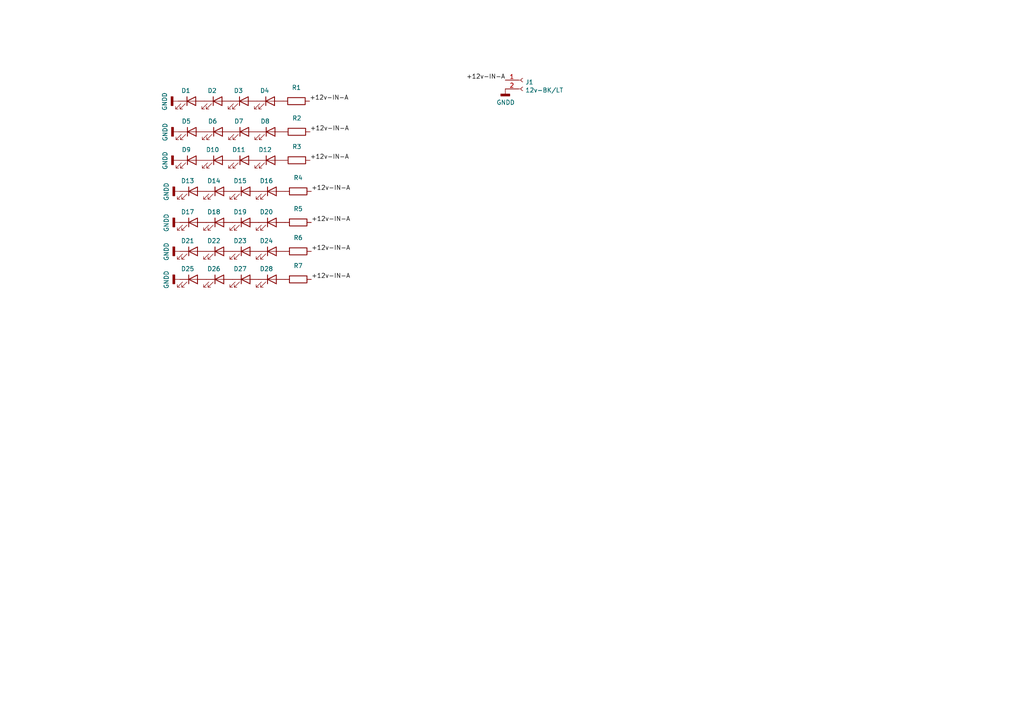
<source format=kicad_sch>
(kicad_sch (version 20230121) (generator eeschema)
  (paper "A4")
  (lib_symbols
    (symbol "Connector:Conn_01x02_Female" (pin_names (offset 1.016) hide)
      (property "Reference" "J" (at 0 2.54 0))
      (property "Value" "Conn_01x02_Female" (at 0 -5.08 0))
      (symbol "Conn_01x02_Female_1_1"
        (arc (start 0 -2.032) (mid -0.5058 -2.54) (end 0 -3.048) (stroke (width 0.1524)))
        (polyline (pts (xy -1.27 -2.54) (xy -0.508 -2.54)) (stroke (width 0.1524)))
        (polyline (pts (xy -1.27 0) (xy -0.508 0)) (stroke (width 0.1524)))
        (arc (start 0 0.508) (mid -0.5058 0) (end 0 -0.508) (stroke (width 0.1524)))
        (pin passive line (at -5.08 0 0) (length 3.81) (name "Pin_1") (number "1"))
        (pin passive line (at -5.08 -2.54 0) (length 3.81) (name "Pin_2") (number "2"))
      )
    )
    (symbol "Device:LED" (pin_numbers hide) (pin_names (offset 1.016) hide)
      (property "Reference" "D" (at 0 2.54 0))
      (property "Value" "LED" (at 0 -2.54 0))
      (symbol "LED_0_1"
        (polyline (pts (xy -1.27 -1.27) (xy -1.27 1.27)) (stroke (width 0.254)))
        (polyline (pts (xy -1.27 0) (xy 1.27 0)))
        (polyline (pts (xy 1.27 -1.27) (xy 1.27 1.27) (xy -1.27 0) (xy 1.27 -1.27)) (stroke (width 0.254)))
        (polyline (pts (xy -3.048 -0.762) (xy -4.572 -2.286) (xy -3.81 -2.286) (xy -4.572 -2.286) (xy -4.572 -1.524)))
        (polyline (pts (xy -1.778 -0.762) (xy -3.302 -2.286) (xy -2.54 -2.286) (xy -3.302 -2.286) (xy -3.302 -1.524)))
      )
      (symbol "LED_1_1"
        (pin passive line (at -3.81 0 0) (length 2.54) (name "K") (number "1"))
        (pin passive line (at 3.81 0 180) (length 2.54) (name "A") (number "2"))
      )
    )
    (symbol "Device:R" (pin_numbers hide) (pin_names (offset 0))
      (property "Reference" "R" (at 2.032 0 90))
      (property "Value" "R" (at 0 0 90))
      (symbol "R_0_1"
        (rectangle (start -1.016 -2.54) (end 1.016 2.54) (stroke (width 0.254)))
      )
      (symbol "R_1_1"
        (pin passive line (at 0 3.81 270) (length 1.27) (name "~") (number "1"))
        (pin passive line (at 0 -3.81 90) (length 1.27) (name "~") (number "2"))
      )
    )
    (symbol "power:GNDD" (power) (pin_names (offset 0))
      (property "Value" "GNDD" (at 0 -3.175 0))
      (symbol "GNDD_0_1"
        (rectangle (start -1.27 -1.524) (end 1.27 -2.032) (stroke (width 0.254)) (fill (type outline)))
        (polyline (pts (xy 0 0) (xy 0 -1.524)))
      )
      (symbol "GNDD_1_1"
        (pin power_in line (at 0 0 270) (length 0) hide (name "GNDD") (number "1"))
      )
    )
  )
  (label "+12v-IN-A" (at 90.297 72.898 0))
  (label "+12v-IN-A" (at 89.916 38.227 0))
  (label "+12v-IN-A" (at 90.297 55.499 0))
  (label "+12v-IN-A" (at 89.916 46.482 0))
  (label "+12v-IN-A" (at 146.558 23.241 180))
  (label "+12v-IN-A" (at 89.789 29.337 0))
  (label "+12v-IN-A" (at 90.297 81.026 0))
  (label "+12v-IN-A" (at 90.297 64.516 0))
  (symbol (lib_id "power:GNDD") (at 52.197 72.898 270) (unit 1)
    (property "Reference" "#PWR06" (effects hide))
    (property "Value" "GNDD" (at 48.26 72.9996 0))
  )
  (symbol (lib_id "power:GNDD") (at 52.197 81.026 270) (unit 1)
    (property "Reference" "#PWR07" (effects hide))
    (property "Value" "GNDD" (at 48.26 81.1276 0))
  )
  (symbol (lib_id "Device:R") (at 86.106 38.227 90) (unit 1)
    (property "Reference" "R2" (at 86.106 34.29 90))
    (property "Value" "180" (effects hide))
    (property "Footprint" "Resistor_SMD:R_0402_1005Metric" (effects hide))
  )
  (symbol (lib_id "Device:LED") (at 63.246 38.227 0) (unit 1)
    (property "Reference" "D6" (at 61.6585 35.179 0))
    (property "Value" "LED" (effects hide))
    (property "Footprint" "2068320402:LED_HL-A-3528U51GC-S1-13HL" (effects hide))
  )
  (symbol (lib_id "Device:R") (at 86.487 64.516 90) (unit 1)
    (property "Reference" "R5" (at 86.487 60.579 90))
    (property "Value" "180" (effects hide))
    (property "Footprint" "Resistor_SMD:R_0402_1005Metric" (effects hide))
  )
  (symbol (lib_id "Device:R") (at 86.487 81.026 90) (unit 1)
    (property "Reference" "R7" (at 86.487 77.089 90))
    (property "Value" "180" (effects hide))
    (property "Footprint" "Resistor_SMD:R_0402_1005Metric" (effects hide))
  )
  (symbol (lib_id "Device:LED") (at 63.246 46.482 0) (unit 1)
    (property "Reference" "D10" (at 61.6585 43.434 0))
    (property "Value" "LED" (effects hide))
    (property "Footprint" "2068320402:LED_HL-A-3528U51GC-S1-13HL" (effects hide))
  )
  (symbol (lib_id "Device:LED") (at 63.627 72.898 0) (unit 1)
    (property "Reference" "D22" (at 62.0395 69.85 0))
    (property "Value" "LED" (effects hide))
    (property "Footprint" "2068320402:LED_HL-A-3528U51GC-S1-13HL" (effects hide))
  )
  (symbol (lib_id "Device:LED") (at 63.627 55.499 0) (unit 1)
    (property "Reference" "D14" (at 62.0395 52.451 0))
    (property "Value" "LED" (effects hide))
    (property "Footprint" "2068320402:LED_HL-A-3528U51GC-S1-13HL" (effects hide))
  )
  (symbol (lib_id "power:GNDD") (at 51.816 38.227 270) (unit 1)
    (property "Reference" "#PWR02" (effects hide))
    (property "Value" "GNDD" (at 47.879 38.3286 0))
  )
  (symbol (lib_id "Device:LED") (at 71.247 55.499 0) (unit 1)
    (property "Reference" "D15" (at 69.6595 52.451 0))
    (property "Value" "LED" (effects hide))
    (property "Footprint" "2068320402:LED_HL-A-3528U51GC-S1-13HL" (effects hide))
  )
  (symbol (lib_id "Connector:Conn_01x02_Female") (at 151.638 23.241 0) (unit 1)
    (property "Reference" "J1" (at 152.3492 23.8506 0) (effects (justify left)))
    (property "Value" "12v-BK/LT" (at 152.3492 26.162 0) (effects (justify left)))
    (property "Footprint" "Connector_Molex:Molex_KK-254_AE-6410-02A_1x02_P2.54mm_Vertical" (effects hide))
  )
  (symbol (lib_id "Device:R") (at 86.487 55.499 90) (unit 1)
    (property "Reference" "R4" (at 86.487 51.562 90))
    (property "Value" "180" (effects hide))
    (property "Footprint" "Resistor_SMD:R_0402_1005Metric" (effects hide))
  )
  (symbol (lib_id "power:GNDD") (at 146.558 25.781 0) (unit 1)
    (property "Reference" "#PWR018" (effects hide))
    (property "Value" "GNDD" (at 146.6596 29.718 0))
  )
  (symbol (lib_id "Device:LED") (at 78.359 29.337 0) (unit 1)
    (property "Reference" "D4" (at 76.7715 26.289 0))
    (property "Value" "LED" (effects hide))
    (property "Footprint" "2068320402:LED_HL-A-3528U51GC-S1-13HL" (effects hide))
  )
  (symbol (lib_id "power:GNDD") (at 52.197 64.516 270) (unit 1)
    (property "Reference" "#PWR05" (effects hide))
    (property "Value" "GNDD" (at 48.26 64.6176 0))
  )
  (symbol (lib_id "Device:LED") (at 70.866 38.227 0) (unit 1)
    (property "Reference" "D7" (at 69.2785 35.179 0))
    (property "Value" "LED" (effects hide))
    (property "Footprint" "2068320402:LED_HL-A-3528U51GC-S1-13HL" (effects hide))
  )
  (symbol (lib_id "Device:LED") (at 63.119 29.337 0) (unit 1)
    (property "Reference" "D2" (at 61.5315 26.289 0))
    (property "Value" "LED" (effects hide))
    (property "Footprint" "2068320402:LED_HL-A-3528U51GC-S1-13HL" (effects hide))
  )
  (symbol (lib_id "Device:LED") (at 78.867 55.499 0) (unit 1)
    (property "Reference" "D16" (at 77.2795 52.451 0))
    (property "Value" "LED" (effects hide))
    (property "Footprint" "2068320402:LED_HL-A-3528U51GC-S1-13HL" (effects hide))
  )
  (symbol (lib_id "power:GNDD") (at 51.816 46.482 270) (unit 1)
    (property "Reference" "#PWR03" (effects hide))
    (property "Value" "GNDD" (at 47.879 46.5836 0))
  )
  (symbol (lib_id "Device:LED") (at 71.247 81.026 0) (unit 1)
    (property "Reference" "D27" (at 69.6595 77.978 0))
    (property "Value" "LED" (effects hide))
    (property "Footprint" "2068320402:LED_HL-A-3528U51GC-S1-13HL" (effects hide))
  )
  (symbol (lib_id "Device:R") (at 86.487 72.898 90) (unit 1)
    (property "Reference" "R6" (at 86.487 68.961 90))
    (property "Value" "180" (effects hide))
    (property "Footprint" "Resistor_SMD:R_0402_1005Metric" (effects hide))
  )
  (symbol (lib_id "Device:LED") (at 63.627 81.026 0) (unit 1)
    (property "Reference" "D26" (at 62.0395 77.978 0))
    (property "Value" "LED" (effects hide))
    (property "Footprint" "2068320402:LED_HL-A-3528U51GC-S1-13HL" (effects hide))
  )
  (symbol (lib_id "Device:LED") (at 56.007 81.026 0) (unit 1)
    (property "Reference" "D25" (at 54.4195 77.978 0))
    (property "Value" "LED" (effects hide))
    (property "Footprint" "2068320402:LED_HL-A-3528U51GC-S1-13HL" (effects hide))
  )
  (symbol (lib_id "Device:LED") (at 56.007 72.898 0) (unit 1)
    (property "Reference" "D21" (at 54.4195 69.85 0))
    (property "Value" "LED" (effects hide))
    (property "Footprint" "2068320402:LED_HL-A-3528U51GC-S1-13HL" (effects hide))
  )
  (symbol (lib_id "Device:R") (at 85.979 29.337 90) (unit 1)
    (property "Reference" "R1" (at 85.979 25.4 90))
    (property "Value" "180" (effects hide))
    (property "Footprint" "Resistor_SMD:R_0402_1005Metric" (effects hide))
  )
  (symbol (lib_id "Device:LED") (at 70.866 46.482 0) (unit 1)
    (property "Reference" "D11" (at 69.2785 43.434 0))
    (property "Value" "LED" (effects hide))
    (property "Footprint" "2068320402:LED_HL-A-3528U51GC-S1-13HL" (effects hide))
  )
  (symbol (lib_id "Device:LED") (at 78.867 72.898 0) (unit 1)
    (property "Reference" "D24" (at 77.2795 69.85 0))
    (property "Value" "LED" (effects hide))
    (property "Footprint" "2068320402:LED_HL-A-3528U51GC-S1-13HL" (effects hide))
  )
  (symbol (lib_id "power:GNDD") (at 51.689 29.337 270) (unit 1)
    (property "Reference" "#PWR01" (effects hide))
    (property "Value" "GNDD" (at 47.752 29.4386 0))
  )
  (symbol (lib_id "Device:LED") (at 78.867 81.026 0) (unit 1)
    (property "Reference" "D28" (at 77.2795 77.978 0))
    (property "Value" "LED" (effects hide))
    (property "Footprint" "2068320402:LED_HL-A-3528U51GC-S1-13HL" (effects hide))
  )
  (symbol (lib_id "Device:LED") (at 71.247 72.898 0) (unit 1)
    (property "Reference" "D23" (at 69.6595 69.85 0))
    (property "Value" "LED" (effects hide))
    (property "Footprint" "2068320402:LED_HL-A-3528U51GC-S1-13HL" (effects hide))
  )
  (symbol (lib_id "Device:LED") (at 55.626 46.482 0) (unit 1)
    (property "Reference" "D9" (at 54.0385 43.434 0))
    (property "Value" "LED" (effects hide))
    (property "Footprint" "2068320402:LED_HL-A-3528U51GC-S1-13HL" (effects hide))
  )
  (symbol (lib_id "Device:LED") (at 71.247 64.516 0) (unit 1)
    (property "Reference" "D19" (at 69.6595 61.468 0))
    (property "Value" "LED" (effects hide))
    (property "Footprint" "2068320402:LED_HL-A-3528U51GC-S1-13HL" (effects hide))
  )
  (symbol (lib_id "power:GNDD") (at 52.197 55.499 270) (unit 1)
    (property "Reference" "#PWR04" (effects hide))
    (property "Value" "GNDD" (at 48.26 55.6006 0))
  )
  (symbol (lib_id "Device:LED") (at 78.486 46.482 0) (unit 1)
    (property "Reference" "D12" (at 76.8985 43.434 0))
    (property "Value" "LED" (effects hide))
    (property "Footprint" "2068320402:LED_HL-A-3528U51GC-S1-13HL" (effects hide))
  )
  (symbol (lib_id "Device:R") (at 86.106 46.482 90) (unit 1)
    (property "Reference" "R3" (at 86.106 42.545 90))
    (property "Value" "180" (effects hide))
    (property "Footprint" "Resistor_SMD:R_0402_1005Metric" (effects hide))
  )
  (symbol (lib_id "Device:LED") (at 56.007 55.499 0) (unit 1)
    (property "Reference" "D13" (at 54.4195 52.451 0))
    (property "Value" "LED" (effects hide))
    (property "Footprint" "2068320402:LED_HL-A-3528U51GC-S1-13HL" (effects hide))
  )
  (symbol (lib_id "Device:LED") (at 78.867 64.516 0) (unit 1)
    (property "Reference" "D20" (at 77.2795 61.468 0))
    (property "Value" "LED" (effects hide))
    (property "Footprint" "2068320402:LED_HL-A-3528U51GC-S1-13HL" (effects hide))
  )
  (symbol (lib_id "Device:LED") (at 70.739 29.337 0) (unit 1)
    (property "Reference" "D3" (at 69.1515 26.289 0))
    (property "Value" "LED" (effects hide))
    (property "Footprint" "2068320402:LED_HL-A-3528U51GC-S1-13HL" (effects hide))
  )
  (symbol (lib_id "Device:LED") (at 55.499 29.337 0) (unit 1)
    (property "Reference" "D1" (at 53.9115 26.289 0))
    (property "Value" "LED" (effects hide))
    (property "Footprint" "2068320402:LED_HL-A-3528U51GC-S1-13HL" (effects hide))
  )
  (symbol (lib_id "Device:LED") (at 56.007 64.516 0) (unit 1)
    (property "Reference" "D17" (at 54.4195 61.468 0))
    (property "Value" "LED" (effects hide))
    (property "Footprint" "2068320402:LED_HL-A-3528U51GC-S1-13HL" (effects hide))
  )
  (symbol (lib_id "Device:LED") (at 63.627 64.516 0) (unit 1)
    (property "Reference" "D18" (at 62.0395 61.468 0))
    (property "Value" "LED" (effects hide))
    (property "Footprint" "2068320402:LED_HL-A-3528U51GC-S1-13HL" (effects hide))
  )
  (symbol (lib_id "Device:LED") (at 55.626 38.227 0) (unit 1)
    (property "Reference" "D5" (at 54.0385 35.179 0))
    (property "Value" "LED" (effects hide))
    (property "Footprint" "2068320402:LED_HL-A-3528U51GC-S1-13HL" (effects hide))
  )
  (symbol (lib_id "Device:LED") (at 78.486 38.227 0) (unit 1)
    (property "Reference" "D8" (at 76.8985 35.179 0))
    (property "Value" "LED" (effects hide))
    (property "Footprint" "2068320402:LED_HL-A-3528U51GC-S1-13HL" (effects hide))
  )
)
</source>
